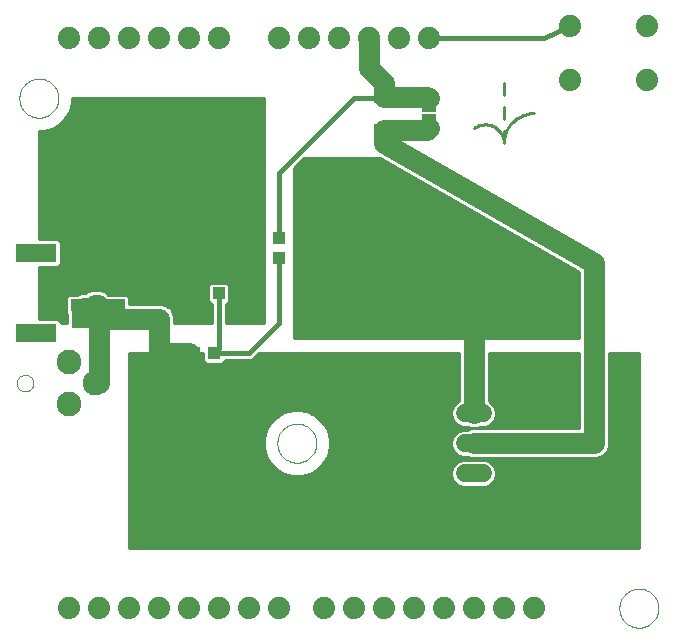
<source format=gtl>
G75*
G70*
%OFA0B0*%
%FSLAX24Y24*%
%IPPOS*%
%LPD*%
%AMOC8*
5,1,8,0,0,1.08239X$1,22.5*
%
%ADD10C,0.0740*%
%ADD11C,0.0000*%
%ADD12C,0.0600*%
%ADD13R,0.0709X0.0394*%
%ADD14R,0.0579X0.0500*%
%ADD15C,0.0825*%
%ADD16R,0.0709X0.1260*%
%ADD17R,0.0433X0.0394*%
%ADD18R,0.0394X0.0433*%
%ADD19R,0.1811X0.0394*%
%ADD20R,0.1339X0.0630*%
%ADD21R,0.0800X0.0800*%
%ADD22C,0.0800*%
%ADD23R,0.0500X0.0250*%
%ADD24C,0.0700*%
%ADD25C,0.0100*%
%ADD26R,0.0396X0.0396*%
%ADD27C,0.0160*%
%ADD28C,0.1660*%
D10*
X002161Y001504D03*
X003161Y001504D03*
X004161Y001504D03*
X005161Y001504D03*
X006161Y001504D03*
X007161Y001504D03*
X008161Y001504D03*
X009161Y001504D03*
X010661Y001504D03*
X011661Y001504D03*
X012661Y001504D03*
X013661Y001504D03*
X014661Y001504D03*
X015661Y001504D03*
X016661Y001504D03*
X017661Y001504D03*
X018881Y019114D03*
X018881Y020894D03*
X021441Y020894D03*
X021441Y019114D03*
X014161Y020504D03*
X013161Y020504D03*
X012161Y020504D03*
X011161Y020504D03*
X010161Y020504D03*
X009161Y020504D03*
X007161Y020504D03*
X006161Y020504D03*
X005161Y020504D03*
X004161Y020504D03*
X003161Y020504D03*
X002161Y020504D03*
D11*
X000511Y018504D02*
X000513Y018554D01*
X000519Y018604D01*
X000529Y018654D01*
X000542Y018702D01*
X000559Y018750D01*
X000580Y018796D01*
X000604Y018840D01*
X000632Y018882D01*
X000663Y018922D01*
X000697Y018959D01*
X000734Y018994D01*
X000773Y019025D01*
X000814Y019054D01*
X000858Y019079D01*
X000904Y019101D01*
X000951Y019119D01*
X000999Y019133D01*
X001048Y019144D01*
X001098Y019151D01*
X001148Y019154D01*
X001199Y019153D01*
X001249Y019148D01*
X001299Y019139D01*
X001347Y019127D01*
X001395Y019110D01*
X001441Y019090D01*
X001486Y019067D01*
X001529Y019040D01*
X001569Y019010D01*
X001607Y018977D01*
X001642Y018941D01*
X001675Y018902D01*
X001704Y018861D01*
X001730Y018818D01*
X001753Y018773D01*
X001772Y018726D01*
X001787Y018678D01*
X001799Y018629D01*
X001807Y018579D01*
X001811Y018529D01*
X001811Y018479D01*
X001807Y018429D01*
X001799Y018379D01*
X001787Y018330D01*
X001772Y018282D01*
X001753Y018235D01*
X001730Y018190D01*
X001704Y018147D01*
X001675Y018106D01*
X001642Y018067D01*
X001607Y018031D01*
X001569Y017998D01*
X001529Y017968D01*
X001486Y017941D01*
X001441Y017918D01*
X001395Y017898D01*
X001347Y017881D01*
X001299Y017869D01*
X001249Y017860D01*
X001199Y017855D01*
X001148Y017854D01*
X001098Y017857D01*
X001048Y017864D01*
X000999Y017875D01*
X000951Y017889D01*
X000904Y017907D01*
X000858Y017929D01*
X000814Y017954D01*
X000773Y017983D01*
X000734Y018014D01*
X000697Y018049D01*
X000663Y018086D01*
X000632Y018126D01*
X000604Y018168D01*
X000580Y018212D01*
X000559Y018258D01*
X000542Y018306D01*
X000529Y018354D01*
X000519Y018404D01*
X000513Y018454D01*
X000511Y018504D01*
X000426Y009004D02*
X000428Y009037D01*
X000434Y009069D01*
X000443Y009100D01*
X000456Y009130D01*
X000473Y009158D01*
X000493Y009184D01*
X000515Y009207D01*
X000541Y009227D01*
X000568Y009245D01*
X000598Y009259D01*
X000629Y009269D01*
X000660Y009276D01*
X000693Y009279D01*
X000725Y009278D01*
X000758Y009273D01*
X000789Y009265D01*
X000819Y009252D01*
X000848Y009237D01*
X000874Y009218D01*
X000898Y009196D01*
X000920Y009171D01*
X000938Y009144D01*
X000953Y009115D01*
X000964Y009084D01*
X000972Y009053D01*
X000976Y009020D01*
X000976Y008988D01*
X000972Y008955D01*
X000964Y008924D01*
X000953Y008893D01*
X000938Y008864D01*
X000920Y008837D01*
X000898Y008812D01*
X000874Y008790D01*
X000848Y008771D01*
X000819Y008756D01*
X000789Y008743D01*
X000758Y008735D01*
X000725Y008730D01*
X000693Y008729D01*
X000660Y008732D01*
X000629Y008739D01*
X000598Y008749D01*
X000568Y008763D01*
X000541Y008781D01*
X000515Y008801D01*
X000493Y008824D01*
X000473Y008850D01*
X000456Y008878D01*
X000443Y008908D01*
X000434Y008939D01*
X000428Y008971D01*
X000426Y009004D01*
X009111Y007004D02*
X009113Y007054D01*
X009119Y007104D01*
X009129Y007154D01*
X009142Y007202D01*
X009159Y007250D01*
X009180Y007296D01*
X009204Y007340D01*
X009232Y007382D01*
X009263Y007422D01*
X009297Y007459D01*
X009334Y007494D01*
X009373Y007525D01*
X009414Y007554D01*
X009458Y007579D01*
X009504Y007601D01*
X009551Y007619D01*
X009599Y007633D01*
X009648Y007644D01*
X009698Y007651D01*
X009748Y007654D01*
X009799Y007653D01*
X009849Y007648D01*
X009899Y007639D01*
X009947Y007627D01*
X009995Y007610D01*
X010041Y007590D01*
X010086Y007567D01*
X010129Y007540D01*
X010169Y007510D01*
X010207Y007477D01*
X010242Y007441D01*
X010275Y007402D01*
X010304Y007361D01*
X010330Y007318D01*
X010353Y007273D01*
X010372Y007226D01*
X010387Y007178D01*
X010399Y007129D01*
X010407Y007079D01*
X010411Y007029D01*
X010411Y006979D01*
X010407Y006929D01*
X010399Y006879D01*
X010387Y006830D01*
X010372Y006782D01*
X010353Y006735D01*
X010330Y006690D01*
X010304Y006647D01*
X010275Y006606D01*
X010242Y006567D01*
X010207Y006531D01*
X010169Y006498D01*
X010129Y006468D01*
X010086Y006441D01*
X010041Y006418D01*
X009995Y006398D01*
X009947Y006381D01*
X009899Y006369D01*
X009849Y006360D01*
X009799Y006355D01*
X009748Y006354D01*
X009698Y006357D01*
X009648Y006364D01*
X009599Y006375D01*
X009551Y006389D01*
X009504Y006407D01*
X009458Y006429D01*
X009414Y006454D01*
X009373Y006483D01*
X009334Y006514D01*
X009297Y006549D01*
X009263Y006586D01*
X009232Y006626D01*
X009204Y006668D01*
X009180Y006712D01*
X009159Y006758D01*
X009142Y006806D01*
X009129Y006854D01*
X009119Y006904D01*
X009113Y006954D01*
X009111Y007004D01*
X020511Y001504D02*
X020513Y001554D01*
X020519Y001604D01*
X020529Y001654D01*
X020542Y001702D01*
X020559Y001750D01*
X020580Y001796D01*
X020604Y001840D01*
X020632Y001882D01*
X020663Y001922D01*
X020697Y001959D01*
X020734Y001994D01*
X020773Y002025D01*
X020814Y002054D01*
X020858Y002079D01*
X020904Y002101D01*
X020951Y002119D01*
X020999Y002133D01*
X021048Y002144D01*
X021098Y002151D01*
X021148Y002154D01*
X021199Y002153D01*
X021249Y002148D01*
X021299Y002139D01*
X021347Y002127D01*
X021395Y002110D01*
X021441Y002090D01*
X021486Y002067D01*
X021529Y002040D01*
X021569Y002010D01*
X021607Y001977D01*
X021642Y001941D01*
X021675Y001902D01*
X021704Y001861D01*
X021730Y001818D01*
X021753Y001773D01*
X021772Y001726D01*
X021787Y001678D01*
X021799Y001629D01*
X021807Y001579D01*
X021811Y001529D01*
X021811Y001479D01*
X021807Y001429D01*
X021799Y001379D01*
X021787Y001330D01*
X021772Y001282D01*
X021753Y001235D01*
X021730Y001190D01*
X021704Y001147D01*
X021675Y001106D01*
X021642Y001067D01*
X021607Y001031D01*
X021569Y000998D01*
X021529Y000968D01*
X021486Y000941D01*
X021441Y000918D01*
X021395Y000898D01*
X021347Y000881D01*
X021299Y000869D01*
X021249Y000860D01*
X021199Y000855D01*
X021148Y000854D01*
X021098Y000857D01*
X021048Y000864D01*
X020999Y000875D01*
X020951Y000889D01*
X020904Y000907D01*
X020858Y000929D01*
X020814Y000954D01*
X020773Y000983D01*
X020734Y001014D01*
X020697Y001049D01*
X020663Y001086D01*
X020632Y001126D01*
X020604Y001168D01*
X020580Y001212D01*
X020559Y001258D01*
X020542Y001306D01*
X020529Y001354D01*
X020519Y001404D01*
X020513Y001454D01*
X020511Y001504D01*
D12*
X015961Y006004D02*
X015361Y006004D01*
X015361Y007004D02*
X015961Y007004D01*
X015961Y008004D02*
X015361Y008004D01*
D13*
X012661Y017453D03*
X012661Y018555D03*
D14*
X005161Y012850D03*
X005161Y011157D03*
D15*
X003031Y009004D03*
X002161Y009694D03*
X002161Y008314D03*
D16*
X008059Y012004D03*
X010264Y012004D03*
X010264Y015004D03*
X008059Y015004D03*
D17*
X006996Y010004D03*
X006327Y010004D03*
D18*
X009161Y013169D03*
X009161Y013839D03*
D19*
X003118Y012398D03*
X003118Y011610D03*
D20*
X001071Y010665D03*
X001071Y013343D03*
D21*
X002661Y011254D03*
D22*
X002661Y012632D03*
D23*
X014161Y017827D03*
X014161Y018181D03*
D24*
X014161Y018504D02*
X014110Y018555D01*
X012661Y018555D01*
X012661Y019004D01*
X012161Y019504D01*
X012161Y020504D01*
X012661Y017453D02*
X014110Y017453D01*
X014161Y017504D01*
X012661Y017453D02*
X012661Y017004D01*
X019661Y013004D01*
X019661Y007004D01*
X015661Y007004D01*
X015661Y008004D02*
X015661Y012004D01*
X010264Y012004D01*
X010264Y015004D01*
X008059Y015004D02*
X006661Y015004D01*
X005161Y012850D01*
X005008Y013004D01*
X003161Y013004D01*
X002789Y012632D01*
X003023Y012398D01*
X003118Y012398D01*
X002789Y012632D02*
X002661Y012632D01*
X003018Y011610D02*
X003118Y011610D01*
X003118Y011504D01*
X003161Y011504D01*
X003161Y011157D01*
X005161Y011157D01*
X005161Y010004D01*
X006161Y010004D01*
X008059Y012004D02*
X008059Y015004D01*
X003118Y011504D02*
X002661Y011504D01*
X002661Y011254D01*
X003018Y011610D01*
X003161Y011157D02*
X003161Y009004D01*
X003031Y009004D01*
D25*
X004161Y008979D02*
X015161Y008979D01*
X015161Y009077D02*
X004161Y009077D01*
X004161Y009176D02*
X015161Y009176D01*
X015161Y009274D02*
X004161Y009274D01*
X004161Y009373D02*
X015161Y009373D01*
X015161Y009471D02*
X004161Y009471D01*
X004161Y009570D02*
X015161Y009570D01*
X015161Y009668D02*
X007286Y009668D01*
X007275Y009657D02*
X007362Y009745D01*
X007362Y009774D01*
X008066Y009774D01*
X008256Y009774D01*
X008486Y010004D01*
X015161Y010004D01*
X015161Y008408D01*
X015106Y008385D01*
X014980Y008259D01*
X014911Y008093D01*
X014911Y007914D01*
X014980Y007749D01*
X015106Y007622D01*
X015272Y007554D01*
X015441Y007554D01*
X015562Y007504D01*
X015441Y007454D01*
X015272Y007454D01*
X015106Y007385D01*
X014980Y007259D01*
X014911Y007093D01*
X014911Y006914D01*
X014980Y006749D01*
X015106Y006622D01*
X015272Y006554D01*
X015441Y006554D01*
X015562Y006504D01*
X019761Y006504D01*
X019944Y006580D01*
X020085Y006721D01*
X020161Y006904D01*
X020161Y007103D01*
X020161Y010004D01*
X021161Y010004D01*
X021161Y003504D01*
X004161Y003504D01*
X004161Y010004D01*
X006629Y010004D01*
X006629Y009745D01*
X006717Y009657D01*
X007275Y009657D01*
X007362Y009767D02*
X015161Y009767D01*
X015161Y009866D02*
X008348Y009866D01*
X008447Y009964D02*
X015161Y009964D01*
X016161Y009964D02*
X019161Y009964D01*
X019161Y010004D02*
X019161Y007504D01*
X015562Y007504D01*
X015761Y007504D01*
X015881Y007554D01*
X016051Y007554D01*
X016216Y007622D01*
X016343Y007749D01*
X016411Y007914D01*
X016411Y008093D01*
X016343Y008259D01*
X016216Y008385D01*
X016161Y008408D01*
X016161Y010004D01*
X019161Y010004D01*
X019161Y009866D02*
X016161Y009866D01*
X016161Y009767D02*
X019161Y009767D01*
X019161Y009668D02*
X016161Y009668D01*
X016161Y009570D02*
X019161Y009570D01*
X019161Y009471D02*
X016161Y009471D01*
X016161Y009373D02*
X019161Y009373D01*
X019161Y009274D02*
X016161Y009274D01*
X016161Y009176D02*
X019161Y009176D01*
X019161Y009077D02*
X016161Y009077D01*
X016161Y008979D02*
X019161Y008979D01*
X019161Y008880D02*
X016161Y008880D01*
X016161Y008782D02*
X019161Y008782D01*
X019161Y008683D02*
X016161Y008683D01*
X016161Y008584D02*
X019161Y008584D01*
X019161Y008486D02*
X016161Y008486D01*
X016211Y008387D02*
X019161Y008387D01*
X019161Y008289D02*
X016313Y008289D01*
X016371Y008190D02*
X019161Y008190D01*
X019161Y008092D02*
X016411Y008092D01*
X016411Y007993D02*
X019161Y007993D01*
X019161Y007895D02*
X016403Y007895D01*
X016362Y007796D02*
X019161Y007796D01*
X019161Y007698D02*
X016291Y007698D01*
X016160Y007599D02*
X019161Y007599D01*
X020161Y007599D02*
X021161Y007599D01*
X021161Y007501D02*
X020161Y007501D01*
X020161Y007402D02*
X021161Y007402D01*
X021161Y007303D02*
X020161Y007303D01*
X020161Y007205D02*
X021161Y007205D01*
X021161Y007106D02*
X020161Y007106D01*
X020161Y007008D02*
X021161Y007008D01*
X021161Y006909D02*
X020161Y006909D01*
X020122Y006811D02*
X021161Y006811D01*
X021161Y006712D02*
X020077Y006712D01*
X019978Y006614D02*
X021161Y006614D01*
X021161Y006515D02*
X019788Y006515D01*
X021161Y006417D02*
X016141Y006417D01*
X016216Y006385D02*
X016051Y006454D01*
X015272Y006454D01*
X015106Y006385D01*
X014980Y006259D01*
X014911Y006093D01*
X014911Y005914D01*
X014980Y005749D01*
X015106Y005622D01*
X015272Y005554D01*
X016051Y005554D01*
X016216Y005622D01*
X016343Y005749D01*
X016411Y005914D01*
X016411Y006093D01*
X016343Y006259D01*
X016216Y006385D01*
X016284Y006318D02*
X021161Y006318D01*
X021161Y006219D02*
X016359Y006219D01*
X016400Y006121D02*
X021161Y006121D01*
X021161Y006022D02*
X016411Y006022D01*
X016411Y005924D02*
X021161Y005924D01*
X021161Y005825D02*
X016374Y005825D01*
X016320Y005727D02*
X021161Y005727D01*
X021161Y005628D02*
X016222Y005628D01*
X015101Y005628D02*
X004161Y005628D01*
X004161Y005530D02*
X021161Y005530D01*
X021161Y005431D02*
X004161Y005431D01*
X004161Y005333D02*
X021161Y005333D01*
X021161Y005234D02*
X004161Y005234D01*
X004161Y005135D02*
X021161Y005135D01*
X021161Y005037D02*
X004161Y005037D01*
X004161Y004938D02*
X021161Y004938D01*
X021161Y004840D02*
X004161Y004840D01*
X004161Y004741D02*
X021161Y004741D01*
X021161Y004643D02*
X004161Y004643D01*
X004161Y004544D02*
X021161Y004544D01*
X021161Y004446D02*
X004161Y004446D01*
X004161Y004347D02*
X021161Y004347D01*
X021161Y004249D02*
X004161Y004249D01*
X004161Y004150D02*
X021161Y004150D01*
X021161Y004051D02*
X004161Y004051D01*
X004161Y003953D02*
X021161Y003953D01*
X021161Y003854D02*
X004161Y003854D01*
X004161Y003756D02*
X021161Y003756D01*
X021161Y003657D02*
X004161Y003657D01*
X004161Y003559D02*
X021161Y003559D01*
X021161Y007698D02*
X020161Y007698D01*
X020161Y007796D02*
X021161Y007796D01*
X021161Y007895D02*
X020161Y007895D01*
X020161Y007993D02*
X021161Y007993D01*
X021161Y008092D02*
X020161Y008092D01*
X020161Y008190D02*
X021161Y008190D01*
X021161Y008289D02*
X020161Y008289D01*
X020161Y008387D02*
X021161Y008387D01*
X021161Y008486D02*
X020161Y008486D01*
X020161Y008584D02*
X021161Y008584D01*
X021161Y008683D02*
X020161Y008683D01*
X020161Y008782D02*
X021161Y008782D01*
X021161Y008880D02*
X020161Y008880D01*
X020161Y008979D02*
X021161Y008979D01*
X021161Y009077D02*
X020161Y009077D01*
X020161Y009176D02*
X021161Y009176D01*
X021161Y009274D02*
X020161Y009274D01*
X020161Y009373D02*
X021161Y009373D01*
X021161Y009471D02*
X020161Y009471D01*
X020161Y009570D02*
X021161Y009570D01*
X021161Y009668D02*
X020161Y009668D01*
X020161Y009767D02*
X021161Y009767D01*
X021161Y009866D02*
X020161Y009866D01*
X020161Y009964D02*
X021161Y009964D01*
X019161Y010504D02*
X009661Y010504D01*
X009661Y016179D01*
X009986Y016504D01*
X012529Y016504D01*
X019161Y012714D01*
X019161Y010504D01*
X019161Y010555D02*
X009661Y010555D01*
X009661Y010654D02*
X019161Y010654D01*
X019161Y010752D02*
X009661Y010752D01*
X009661Y010851D02*
X019161Y010851D01*
X019161Y010950D02*
X009661Y010950D01*
X009661Y011048D02*
X019161Y011048D01*
X019161Y011147D02*
X009661Y011147D01*
X009661Y011245D02*
X019161Y011245D01*
X019161Y011344D02*
X009661Y011344D01*
X009661Y011442D02*
X019161Y011442D01*
X019161Y011541D02*
X009661Y011541D01*
X009661Y011639D02*
X019161Y011639D01*
X019161Y011738D02*
X009661Y011738D01*
X009661Y011836D02*
X019161Y011836D01*
X019161Y011935D02*
X009661Y011935D01*
X009661Y012034D02*
X019161Y012034D01*
X019161Y012132D02*
X009661Y012132D01*
X009661Y012231D02*
X019161Y012231D01*
X019161Y012329D02*
X009661Y012329D01*
X009661Y012428D02*
X019161Y012428D01*
X019161Y012526D02*
X009661Y012526D01*
X009661Y012625D02*
X019161Y012625D01*
X019145Y012723D02*
X009661Y012723D01*
X009661Y012822D02*
X018972Y012822D01*
X018800Y012920D02*
X009661Y012920D01*
X009661Y013019D02*
X018627Y013019D01*
X018455Y013117D02*
X009661Y013117D01*
X009661Y013216D02*
X018282Y013216D01*
X018110Y013315D02*
X009661Y013315D01*
X009661Y013413D02*
X017937Y013413D01*
X017765Y013512D02*
X009661Y013512D01*
X009661Y013610D02*
X017593Y013610D01*
X017420Y013709D02*
X009661Y013709D01*
X009661Y013807D02*
X017248Y013807D01*
X017075Y013906D02*
X009661Y013906D01*
X009661Y014004D02*
X016903Y014004D01*
X016730Y014103D02*
X009661Y014103D01*
X009661Y014201D02*
X016558Y014201D01*
X016385Y014300D02*
X009661Y014300D01*
X009661Y014399D02*
X016213Y014399D01*
X016040Y014497D02*
X009661Y014497D01*
X009661Y014596D02*
X015868Y014596D01*
X015696Y014694D02*
X009661Y014694D01*
X009661Y014793D02*
X015523Y014793D01*
X015351Y014891D02*
X009661Y014891D01*
X009661Y014990D02*
X015178Y014990D01*
X015006Y015088D02*
X009661Y015088D01*
X009661Y015187D02*
X014833Y015187D01*
X014661Y015285D02*
X009661Y015285D01*
X009661Y015384D02*
X014488Y015384D01*
X014316Y015483D02*
X009661Y015483D01*
X009661Y015581D02*
X014144Y015581D01*
X013971Y015680D02*
X009661Y015680D01*
X009661Y015778D02*
X013799Y015778D01*
X013626Y015877D02*
X009661Y015877D01*
X009661Y015975D02*
X013454Y015975D01*
X013281Y016074D02*
X009661Y016074D01*
X009661Y016172D02*
X013109Y016172D01*
X012936Y016271D02*
X009753Y016271D01*
X009852Y016369D02*
X012764Y016369D01*
X012591Y016468D02*
X009950Y016468D01*
X008661Y016468D02*
X001161Y016468D01*
X001161Y016566D02*
X008661Y016566D01*
X008661Y016665D02*
X001161Y016665D01*
X001161Y016764D02*
X008661Y016764D01*
X008661Y016862D02*
X001161Y016862D01*
X001161Y016961D02*
X008661Y016961D01*
X008661Y017059D02*
X001161Y017059D01*
X001161Y017158D02*
X008661Y017158D01*
X008661Y017256D02*
X001161Y017256D01*
X001161Y017355D02*
X008661Y017355D01*
X008661Y017453D02*
X001491Y017453D01*
X001586Y017479D02*
X001306Y017404D01*
X001161Y017404D01*
X001161Y013807D01*
X001802Y013807D01*
X008661Y013807D01*
X008661Y013709D02*
X001890Y013709D01*
X001890Y013720D02*
X001802Y013807D01*
X001890Y013720D02*
X001890Y012965D01*
X001802Y012878D01*
X001161Y012878D01*
X001161Y011130D01*
X001802Y011130D01*
X001890Y011042D01*
X001890Y011004D01*
X002111Y011004D01*
X002111Y011302D01*
X002062Y011351D01*
X002062Y011869D01*
X002150Y011957D01*
X002449Y011957D01*
X002562Y012004D01*
X002704Y012004D01*
X002734Y012034D01*
X002918Y012110D01*
X003217Y012110D01*
X003401Y012034D01*
X003478Y011957D01*
X004086Y011957D01*
X004173Y011869D01*
X004173Y011657D01*
X005261Y011657D01*
X005444Y011581D01*
X005468Y011557D01*
X005513Y011557D01*
X005601Y011470D01*
X005601Y011403D01*
X005661Y011257D01*
X005661Y011058D01*
X005661Y011004D01*
X006931Y011004D01*
X006931Y011656D01*
X006901Y011656D01*
X006813Y011744D01*
X006813Y012264D01*
X006901Y012352D01*
X007421Y012352D01*
X007509Y012264D01*
X007509Y011744D01*
X007421Y011656D01*
X007391Y011656D01*
X007391Y011004D01*
X008661Y011004D01*
X008661Y018504D01*
X002261Y018504D01*
X002261Y018359D01*
X002186Y018079D01*
X002041Y017829D01*
X001837Y017624D01*
X001586Y017479D01*
X001712Y017552D02*
X008661Y017552D01*
X008661Y017650D02*
X001863Y017650D01*
X001962Y017749D02*
X008661Y017749D01*
X008661Y017848D02*
X002052Y017848D01*
X002109Y017946D02*
X008661Y017946D01*
X008661Y018045D02*
X002166Y018045D01*
X002203Y018143D02*
X008661Y018143D01*
X008661Y018242D02*
X002230Y018242D01*
X002256Y018340D02*
X008661Y018340D01*
X008661Y018439D02*
X002261Y018439D01*
X001161Y016369D02*
X008661Y016369D01*
X008661Y016271D02*
X001161Y016271D01*
X001161Y016172D02*
X008661Y016172D01*
X008661Y016074D02*
X001161Y016074D01*
X001161Y015975D02*
X008661Y015975D01*
X008661Y015877D02*
X001161Y015877D01*
X001161Y015778D02*
X008661Y015778D01*
X008661Y015680D02*
X001161Y015680D01*
X001161Y015581D02*
X008661Y015581D01*
X008661Y015483D02*
X001161Y015483D01*
X001161Y015384D02*
X008661Y015384D01*
X008661Y015285D02*
X001161Y015285D01*
X001161Y015187D02*
X008661Y015187D01*
X008661Y015088D02*
X001161Y015088D01*
X001161Y014990D02*
X008661Y014990D01*
X008661Y014891D02*
X001161Y014891D01*
X001161Y014793D02*
X008661Y014793D01*
X008661Y014694D02*
X001161Y014694D01*
X001161Y014596D02*
X008661Y014596D01*
X008661Y014497D02*
X001161Y014497D01*
X001161Y014399D02*
X008661Y014399D01*
X008661Y014300D02*
X001161Y014300D01*
X001161Y014201D02*
X008661Y014201D01*
X008661Y014103D02*
X001161Y014103D01*
X001161Y014004D02*
X008661Y014004D01*
X008661Y013906D02*
X001161Y013906D01*
X001890Y013610D02*
X008661Y013610D01*
X008661Y013512D02*
X001890Y013512D01*
X001890Y013413D02*
X008661Y013413D01*
X008661Y013315D02*
X001890Y013315D01*
X001890Y013216D02*
X008661Y013216D01*
X008661Y013117D02*
X001890Y013117D01*
X001890Y013019D02*
X008661Y013019D01*
X008661Y012920D02*
X001845Y012920D01*
X001161Y012822D02*
X008661Y012822D01*
X008661Y012723D02*
X001161Y012723D01*
X001161Y012625D02*
X008661Y012625D01*
X008661Y012526D02*
X001161Y012526D01*
X001161Y012428D02*
X008661Y012428D01*
X008661Y012329D02*
X007444Y012329D01*
X007509Y012231D02*
X008661Y012231D01*
X008661Y012132D02*
X007509Y012132D01*
X007509Y012034D02*
X008661Y012034D01*
X008661Y011935D02*
X007509Y011935D01*
X007509Y011836D02*
X008661Y011836D01*
X008661Y011738D02*
X007504Y011738D01*
X007391Y011639D02*
X008661Y011639D01*
X008661Y011541D02*
X007391Y011541D01*
X007391Y011442D02*
X008661Y011442D01*
X008661Y011344D02*
X007391Y011344D01*
X007391Y011245D02*
X008661Y011245D01*
X008661Y011147D02*
X007391Y011147D01*
X007391Y011048D02*
X008661Y011048D01*
X006931Y011048D02*
X005661Y011048D01*
X005661Y011147D02*
X006931Y011147D01*
X006931Y011245D02*
X005661Y011245D01*
X005625Y011344D02*
X006931Y011344D01*
X006931Y011442D02*
X005601Y011442D01*
X005529Y011541D02*
X006931Y011541D01*
X006931Y011639D02*
X005304Y011639D01*
X004173Y011738D02*
X006819Y011738D01*
X006813Y011836D02*
X004173Y011836D01*
X004108Y011935D02*
X006813Y011935D01*
X006813Y012034D02*
X003402Y012034D01*
X002734Y012034D02*
X001161Y012034D01*
X001161Y012132D02*
X006813Y012132D01*
X006813Y012231D02*
X001161Y012231D01*
X001161Y012329D02*
X006878Y012329D01*
X006629Y009964D02*
X004161Y009964D01*
X004161Y009866D02*
X006629Y009866D01*
X006629Y009767D02*
X004161Y009767D01*
X004161Y009668D02*
X006706Y009668D01*
X008881Y007679D02*
X009086Y007884D01*
X009337Y008029D01*
X009616Y008104D01*
X009906Y008104D01*
X010186Y008029D01*
X010437Y007884D01*
X010641Y007679D01*
X010786Y007429D01*
X010861Y007149D01*
X010861Y006859D01*
X010786Y006579D01*
X010641Y006329D01*
X010437Y006124D01*
X010186Y005979D01*
X009906Y005904D01*
X009616Y005904D01*
X009337Y005979D01*
X009086Y006124D01*
X008881Y006329D01*
X008736Y006579D01*
X008661Y006859D01*
X008661Y007149D01*
X008736Y007429D01*
X008881Y007679D01*
X008899Y007698D02*
X004161Y007698D01*
X004161Y007796D02*
X008998Y007796D01*
X009104Y007895D02*
X004161Y007895D01*
X004161Y007993D02*
X009275Y007993D01*
X009571Y008092D02*
X004161Y008092D01*
X004161Y008190D02*
X014951Y008190D01*
X014911Y008092D02*
X009951Y008092D01*
X010248Y007993D02*
X014911Y007993D01*
X014919Y007895D02*
X010418Y007895D01*
X010525Y007796D02*
X014960Y007796D01*
X015031Y007698D02*
X010623Y007698D01*
X010688Y007599D02*
X015163Y007599D01*
X015146Y007402D02*
X010793Y007402D01*
X010820Y007303D02*
X015024Y007303D01*
X014957Y007205D02*
X010846Y007205D01*
X010861Y007106D02*
X014917Y007106D01*
X014911Y007008D02*
X010861Y007008D01*
X010861Y006909D02*
X014913Y006909D01*
X014954Y006811D02*
X010848Y006811D01*
X010822Y006712D02*
X015017Y006712D01*
X015128Y006614D02*
X010795Y006614D01*
X010749Y006515D02*
X015535Y006515D01*
X015182Y006417D02*
X010692Y006417D01*
X010631Y006318D02*
X015039Y006318D01*
X014963Y006219D02*
X010532Y006219D01*
X010432Y006121D02*
X014923Y006121D01*
X014911Y006022D02*
X010261Y006022D01*
X009980Y005924D02*
X014911Y005924D01*
X014948Y005825D02*
X004161Y005825D01*
X004161Y005727D02*
X015002Y005727D01*
X015554Y007501D02*
X010745Y007501D01*
X008835Y007599D02*
X004161Y007599D01*
X004161Y007501D02*
X008778Y007501D01*
X008729Y007402D02*
X004161Y007402D01*
X004161Y007303D02*
X008703Y007303D01*
X008676Y007205D02*
X004161Y007205D01*
X004161Y007106D02*
X008661Y007106D01*
X008661Y007008D02*
X004161Y007008D01*
X004161Y006909D02*
X008661Y006909D01*
X008674Y006811D02*
X004161Y006811D01*
X004161Y006712D02*
X008701Y006712D01*
X008727Y006614D02*
X004161Y006614D01*
X004161Y006515D02*
X008773Y006515D01*
X008830Y006417D02*
X004161Y006417D01*
X004161Y006318D02*
X008892Y006318D01*
X008990Y006219D02*
X004161Y006219D01*
X004161Y006121D02*
X009091Y006121D01*
X009261Y006022D02*
X004161Y006022D01*
X004161Y005924D02*
X009542Y005924D01*
X004161Y008289D02*
X015010Y008289D01*
X015111Y008387D02*
X004161Y008387D01*
X004161Y008486D02*
X015161Y008486D01*
X015161Y008584D02*
X004161Y008584D01*
X004161Y008683D02*
X015161Y008683D01*
X015161Y008782D02*
X004161Y008782D01*
X004161Y008880D02*
X015161Y008880D01*
X016661Y017004D02*
X016659Y017053D01*
X016653Y017102D01*
X016643Y017151D01*
X016630Y017198D01*
X016613Y017245D01*
X016592Y017290D01*
X016568Y017333D01*
X016540Y017374D01*
X016509Y017412D01*
X016476Y017448D01*
X016439Y017482D01*
X016400Y017512D01*
X016359Y017539D01*
X016316Y017563D01*
X016270Y017583D01*
X016224Y017600D01*
X016176Y017613D01*
X016128Y017622D01*
X016079Y017628D01*
X016029Y017629D01*
X015980Y017626D01*
X015931Y017620D01*
X015883Y017610D01*
X015835Y017596D01*
X015789Y017578D01*
X015744Y017557D01*
X015702Y017532D01*
X015661Y017504D01*
X016661Y017408D02*
X016661Y017004D01*
X016661Y017802D02*
X016661Y018206D01*
X016661Y018600D02*
X016661Y019004D01*
X014161Y018504D02*
X014161Y018181D01*
X014161Y017827D02*
X014161Y017504D01*
X016661Y017004D02*
X016663Y017064D01*
X016668Y017125D01*
X016677Y017184D01*
X016690Y017243D01*
X016706Y017302D01*
X016726Y017359D01*
X016749Y017414D01*
X016776Y017469D01*
X016805Y017521D01*
X016838Y017572D01*
X016874Y017621D01*
X016912Y017667D01*
X016954Y017711D01*
X016998Y017753D01*
X017044Y017791D01*
X017093Y017827D01*
X017144Y017860D01*
X017196Y017889D01*
X017251Y017916D01*
X017306Y017939D01*
X017363Y017959D01*
X017422Y017975D01*
X017481Y017988D01*
X017540Y017997D01*
X017601Y018002D01*
X017661Y018004D01*
X002128Y011935D02*
X001161Y011935D01*
X001161Y011836D02*
X002062Y011836D01*
X002062Y011738D02*
X001161Y011738D01*
X001161Y011639D02*
X002062Y011639D01*
X002062Y011541D02*
X001161Y011541D01*
X001161Y011442D02*
X002062Y011442D01*
X002070Y011344D02*
X001161Y011344D01*
X001161Y011245D02*
X002111Y011245D01*
X002111Y011147D02*
X001161Y011147D01*
X001884Y011048D02*
X002111Y011048D01*
D26*
X007161Y012004D03*
X008661Y009504D03*
X007661Y009004D03*
X007661Y008004D03*
X007661Y006504D03*
X007661Y005004D03*
X008661Y004504D03*
X009661Y004504D03*
X010661Y004504D03*
X012161Y004504D03*
X012161Y006004D03*
X012161Y007504D03*
X012161Y008504D03*
X012161Y009504D03*
X010661Y009504D03*
X009661Y009504D03*
D27*
X008161Y010004D02*
X009161Y011004D01*
X009161Y013169D01*
X009161Y013839D02*
X009161Y016004D01*
X011661Y018504D01*
X012610Y018504D01*
X012661Y018555D01*
X014161Y020504D02*
X017991Y020504D01*
X018881Y020894D01*
X007161Y012004D02*
X007161Y010169D01*
X006996Y010004D01*
X008161Y010004D01*
D28*
X005661Y015004D03*
M02*

</source>
